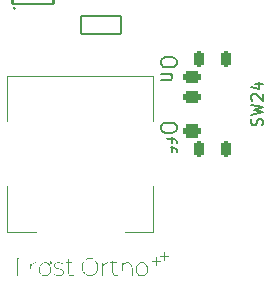
<source format=gbr>
%TF.GenerationSoftware,KiCad,Pcbnew,9.0.2*%
%TF.CreationDate,2025-12-03T23:59:17+09:00*%
%TF.ProjectId,FrostOrtho_L,46726f73-744f-4727-9468-6f5f4c2e6b69,rev?*%
%TF.SameCoordinates,Original*%
%TF.FileFunction,Legend,Top*%
%TF.FilePolarity,Positive*%
%FSLAX46Y46*%
G04 Gerber Fmt 4.6, Leading zero omitted, Abs format (unit mm)*
G04 Created by KiCad (PCBNEW 9.0.2) date 2025-12-03 23:59:17*
%MOMM*%
%LPD*%
G01*
G04 APERTURE LIST*
G04 Aperture macros list*
%AMRoundRect*
0 Rectangle with rounded corners*
0 $1 Rounding radius*
0 $2 $3 $4 $5 $6 $7 $8 $9 X,Y pos of 4 corners*
0 Add a 4 corners polygon primitive as box body*
4,1,4,$2,$3,$4,$5,$6,$7,$8,$9,$2,$3,0*
0 Add four circle primitives for the rounded corners*
1,1,$1+$1,$2,$3*
1,1,$1+$1,$4,$5*
1,1,$1+$1,$6,$7*
1,1,$1+$1,$8,$9*
0 Add four rect primitives between the rounded corners*
20,1,$1+$1,$2,$3,$4,$5,0*
20,1,$1+$1,$4,$5,$6,$7,0*
20,1,$1+$1,$6,$7,$8,$9,0*
20,1,$1+$1,$8,$9,$2,$3,0*%
G04 Aperture macros list end*
%ADD10C,0.150000*%
%ADD11C,0.200000*%
%ADD12C,0.127000*%
%ADD13C,0.100000*%
%ADD14C,0.000000*%
%ADD15C,1.900000*%
%ADD16C,3.100000*%
%ADD17C,1.700000*%
%ADD18C,5.000000*%
%ADD19C,1.000000*%
%ADD20RoundRect,0.102000X-1.750000X0.500000X-1.750000X-0.500000X1.750000X-0.500000X1.750000X0.500000X0*%
%ADD21RoundRect,0.102000X-1.700000X0.750000X-1.700000X-0.750000X1.700000X-0.750000X1.700000X0.750000X0*%
%ADD22O,2.750000X1.800000*%
%ADD23C,1.500000*%
%ADD24C,4.350000*%
%ADD25RoundRect,0.200000X0.200000X-0.475000X0.200000X0.475000X-0.200000X0.475000X-0.200000X-0.475000X0*%
%ADD26C,0.900000*%
%ADD27RoundRect,0.287500X0.467500X-0.287500X0.467500X0.287500X-0.467500X0.287500X-0.467500X-0.287500X0*%
%ADD28RoundRect,0.262500X0.487500X-0.262500X0.487500X0.262500X-0.487500X0.262500X-0.487500X-0.262500X0*%
%ADD29RoundRect,0.275000X0.475000X-0.275000X0.475000X0.275000X-0.475000X0.275000X-0.475000X-0.275000X0*%
G04 APERTURE END LIST*
D10*
X144417200Y-57809523D02*
X144464819Y-57666666D01*
X144464819Y-57666666D02*
X144464819Y-57428571D01*
X144464819Y-57428571D02*
X144417200Y-57333333D01*
X144417200Y-57333333D02*
X144369580Y-57285714D01*
X144369580Y-57285714D02*
X144274342Y-57238095D01*
X144274342Y-57238095D02*
X144179104Y-57238095D01*
X144179104Y-57238095D02*
X144083866Y-57285714D01*
X144083866Y-57285714D02*
X144036247Y-57333333D01*
X144036247Y-57333333D02*
X143988628Y-57428571D01*
X143988628Y-57428571D02*
X143941009Y-57619047D01*
X143941009Y-57619047D02*
X143893390Y-57714285D01*
X143893390Y-57714285D02*
X143845771Y-57761904D01*
X143845771Y-57761904D02*
X143750533Y-57809523D01*
X143750533Y-57809523D02*
X143655295Y-57809523D01*
X143655295Y-57809523D02*
X143560057Y-57761904D01*
X143560057Y-57761904D02*
X143512438Y-57714285D01*
X143512438Y-57714285D02*
X143464819Y-57619047D01*
X143464819Y-57619047D02*
X143464819Y-57380952D01*
X143464819Y-57380952D02*
X143512438Y-57238095D01*
X143464819Y-56904761D02*
X144464819Y-56666666D01*
X144464819Y-56666666D02*
X143750533Y-56476190D01*
X143750533Y-56476190D02*
X144464819Y-56285714D01*
X144464819Y-56285714D02*
X143464819Y-56047619D01*
X143560057Y-55714285D02*
X143512438Y-55666666D01*
X143512438Y-55666666D02*
X143464819Y-55571428D01*
X143464819Y-55571428D02*
X143464819Y-55333333D01*
X143464819Y-55333333D02*
X143512438Y-55238095D01*
X143512438Y-55238095D02*
X143560057Y-55190476D01*
X143560057Y-55190476D02*
X143655295Y-55142857D01*
X143655295Y-55142857D02*
X143750533Y-55142857D01*
X143750533Y-55142857D02*
X143893390Y-55190476D01*
X143893390Y-55190476D02*
X144464819Y-55761904D01*
X144464819Y-55761904D02*
X144464819Y-55142857D01*
X143798152Y-54285714D02*
X144464819Y-54285714D01*
X143417200Y-54523809D02*
X144131485Y-54761904D01*
X144131485Y-54761904D02*
X144131485Y-54142857D01*
D11*
X137158995Y-57883333D02*
X137158995Y-58130952D01*
X137158995Y-58130952D02*
X137097090Y-58254762D01*
X137097090Y-58254762D02*
X136973280Y-58378571D01*
X136973280Y-58378571D02*
X136725661Y-58440476D01*
X136725661Y-58440476D02*
X136292328Y-58440476D01*
X136292328Y-58440476D02*
X136044709Y-58378571D01*
X136044709Y-58378571D02*
X135920900Y-58254762D01*
X135920900Y-58254762D02*
X135858995Y-58130952D01*
X135858995Y-58130952D02*
X135858995Y-57883333D01*
X135858995Y-57883333D02*
X135920900Y-57759524D01*
X135920900Y-57759524D02*
X136044709Y-57635714D01*
X136044709Y-57635714D02*
X136292328Y-57573810D01*
X136292328Y-57573810D02*
X136725661Y-57573810D01*
X136725661Y-57573810D02*
X136973280Y-57635714D01*
X136973280Y-57635714D02*
X137097090Y-57759524D01*
X137097090Y-57759524D02*
X137158995Y-57883333D01*
X136725661Y-58811905D02*
X136725661Y-59307143D01*
X135858995Y-58997619D02*
X136973280Y-58997619D01*
X136973280Y-58997619D02*
X137097090Y-59059524D01*
X137097090Y-59059524D02*
X137158995Y-59183334D01*
X137158995Y-59183334D02*
X137158995Y-59307143D01*
X136725661Y-59554762D02*
X136725661Y-60050000D01*
X135858995Y-59740476D02*
X136973280Y-59740476D01*
X136973280Y-59740476D02*
X137097090Y-59802381D01*
X137097090Y-59802381D02*
X137158995Y-59926191D01*
X137158995Y-59926191D02*
X137158995Y-60050000D01*
X137158995Y-52338095D02*
X137158995Y-52585714D01*
X137158995Y-52585714D02*
X137097090Y-52709524D01*
X137097090Y-52709524D02*
X136973280Y-52833333D01*
X136973280Y-52833333D02*
X136725661Y-52895238D01*
X136725661Y-52895238D02*
X136292328Y-52895238D01*
X136292328Y-52895238D02*
X136044709Y-52833333D01*
X136044709Y-52833333D02*
X135920900Y-52709524D01*
X135920900Y-52709524D02*
X135858995Y-52585714D01*
X135858995Y-52585714D02*
X135858995Y-52338095D01*
X135858995Y-52338095D02*
X135920900Y-52214286D01*
X135920900Y-52214286D02*
X136044709Y-52090476D01*
X136044709Y-52090476D02*
X136292328Y-52028572D01*
X136292328Y-52028572D02*
X136725661Y-52028572D01*
X136725661Y-52028572D02*
X136973280Y-52090476D01*
X136973280Y-52090476D02*
X137097090Y-52214286D01*
X137097090Y-52214286D02*
X137158995Y-52338095D01*
X136725661Y-53452381D02*
X135858995Y-53452381D01*
X136601852Y-53452381D02*
X136663757Y-53514286D01*
X136663757Y-53514286D02*
X136725661Y-53638096D01*
X136725661Y-53638096D02*
X136725661Y-53823810D01*
X136725661Y-53823810D02*
X136663757Y-53947619D01*
X136663757Y-53947619D02*
X136539947Y-54009524D01*
X136539947Y-54009524D02*
X135858995Y-54009524D01*
%TO.C,B1*%
D12*
X123463500Y-47900000D02*
G75*
G02*
X123336500Y-47900000I-63500J0D01*
G01*
X123336500Y-47900000D02*
G75*
G02*
X123463500Y-47900000I63500J0D01*
G01*
D13*
%TO.C,SW21*%
X122800000Y-53600000D02*
X122800000Y-53600000D01*
X122800000Y-53600000D02*
X122800000Y-53600000D01*
X122800000Y-53600000D02*
X122800000Y-57450000D01*
X122800000Y-53600000D02*
X135200000Y-53600000D01*
X122800000Y-57450000D02*
X122800000Y-53600000D01*
X122800000Y-57450000D02*
X122800000Y-57450000D01*
X122800000Y-62950000D02*
X122800000Y-62950000D01*
X122800000Y-62950000D02*
X122800000Y-66800000D01*
X122800000Y-66800000D02*
X122800000Y-62950000D01*
X122800000Y-66800000D02*
X122800000Y-66800000D01*
X122800000Y-66800000D02*
X122800000Y-66800000D01*
X122800000Y-66800000D02*
X125250000Y-66800000D01*
X125250000Y-66800000D02*
X122800000Y-66800000D01*
X125250000Y-66800000D02*
X125250000Y-66800000D01*
D11*
X126500000Y-69400000D02*
X126500000Y-69400000D01*
X126500000Y-69400000D02*
X126500000Y-69400000D01*
X126500000Y-69500000D02*
X126500000Y-69500000D01*
D13*
X132750000Y-66800000D02*
X132750000Y-66800000D01*
X132750000Y-66800000D02*
X135200000Y-66800000D01*
X135200000Y-53600000D02*
X122800000Y-53600000D01*
X135200000Y-53600000D02*
X135200000Y-53600000D01*
X135200000Y-53600000D02*
X135200000Y-53600000D01*
X135200000Y-53600000D02*
X135200000Y-57450000D01*
X135200000Y-57450000D02*
X135200000Y-53600000D01*
X135200000Y-57450000D02*
X135200000Y-57450000D01*
X135200000Y-62950000D02*
X135200000Y-62950000D01*
X135200000Y-62950000D02*
X135200000Y-66800000D01*
X135200000Y-66800000D02*
X132750000Y-66800000D01*
X135200000Y-66800000D02*
X135200000Y-62950000D01*
X135200000Y-66800000D02*
X135200000Y-66800000D01*
X135200000Y-66800000D02*
X135200000Y-66800000D01*
D11*
X126500000Y-69400000D02*
G75*
G02*
X126500000Y-69500000I0J-50000D01*
G01*
X126500000Y-69500000D02*
G75*
G02*
X126500000Y-69400000I0J50000D01*
G01*
X126500000Y-69500000D02*
G75*
G02*
X126500000Y-69400000I0J50000D01*
G01*
D14*
%TO.C,G\u002A\u002A\u002A*%
G36*
X136187679Y-68694641D02*
G01*
X136193038Y-68855401D01*
X136350623Y-68860759D01*
X136421025Y-68863860D01*
X136472119Y-68868088D01*
X136506023Y-68874069D01*
X136524856Y-68882429D01*
X136530740Y-68893795D01*
X136525792Y-68908793D01*
X136523893Y-68911961D01*
X136516466Y-68919340D01*
X136502658Y-68924818D01*
X136479160Y-68928854D01*
X136442665Y-68931908D01*
X136389863Y-68934442D01*
X136352657Y-68935780D01*
X136193038Y-68941139D01*
X136187679Y-69101899D01*
X136182321Y-69262658D01*
X136152787Y-69266055D01*
X136128412Y-69263984D01*
X136118072Y-69255338D01*
X136115999Y-69239929D01*
X136113897Y-69207418D01*
X136111977Y-69162133D01*
X136110448Y-69108406D01*
X136110095Y-69091181D01*
X136107299Y-68941139D01*
X135947680Y-68935780D01*
X135884496Y-68933337D01*
X135839438Y-68930626D01*
X135809198Y-68927187D01*
X135790468Y-68922560D01*
X135779939Y-68916284D01*
X135776444Y-68911961D01*
X135769754Y-68896235D01*
X135773509Y-68884255D01*
X135789828Y-68875394D01*
X135820832Y-68869027D01*
X135868639Y-68864527D01*
X135935370Y-68861268D01*
X135949714Y-68860759D01*
X136107299Y-68855401D01*
X136112658Y-68694641D01*
X136118017Y-68533882D01*
X136150169Y-68533882D01*
X136182321Y-68533882D01*
X136187679Y-68694641D01*
G37*
G36*
X135488653Y-69115017D02*
G01*
X135491610Y-69278179D01*
X135653619Y-69281136D01*
X135717357Y-69282612D01*
X135762926Y-69284605D01*
X135793589Y-69287507D01*
X135812612Y-69291710D01*
X135823257Y-69297606D01*
X135826876Y-69301950D01*
X135831771Y-69323036D01*
X135824037Y-69336781D01*
X135815097Y-69343548D01*
X135799159Y-69348301D01*
X135772915Y-69351363D01*
X135733060Y-69353059D01*
X135676288Y-69353713D01*
X135650781Y-69353755D01*
X135491613Y-69353755D01*
X135488655Y-69517194D01*
X135485696Y-69680633D01*
X135458502Y-69683804D01*
X135435091Y-69683518D01*
X135423671Y-69679338D01*
X135420983Y-69666450D01*
X135418710Y-69636100D01*
X135417033Y-69592259D01*
X135416135Y-69538900D01*
X135416034Y-69513007D01*
X135416034Y-69354313D01*
X135252595Y-69351355D01*
X135190284Y-69350142D01*
X135146167Y-69348757D01*
X135117003Y-69346648D01*
X135099555Y-69343261D01*
X135090584Y-69338043D01*
X135086852Y-69330440D01*
X135085539Y-69322815D01*
X135088068Y-69299549D01*
X135096256Y-69288148D01*
X135111711Y-69284864D01*
X135144304Y-69282084D01*
X135189738Y-69280047D01*
X135243717Y-69278991D01*
X135263033Y-69278898D01*
X135415475Y-69278734D01*
X135418434Y-69115295D01*
X135421392Y-68951856D01*
X135453544Y-68951856D01*
X135485696Y-68951856D01*
X135488653Y-69115017D01*
G37*
G36*
X131385895Y-69410498D02*
G01*
X131390591Y-69411467D01*
X131413013Y-69425348D01*
X131418044Y-69447355D01*
X131405620Y-69469502D01*
X131387855Y-69476510D01*
X131354126Y-69481047D01*
X131317202Y-69482371D01*
X131228236Y-69492559D01*
X131145957Y-69522064D01*
X131072174Y-69569333D01*
X131008694Y-69632811D01*
X130957327Y-69710943D01*
X130919882Y-69802175D01*
X130911932Y-69830675D01*
X130909051Y-69851893D01*
X130906034Y-69891537D01*
X130903017Y-69946599D01*
X130900138Y-70014072D01*
X130897535Y-70090950D01*
X130895343Y-70174224D01*
X130894564Y-70211139D01*
X130887975Y-70548734D01*
X130860780Y-70551905D01*
X130837370Y-70551619D01*
X130825949Y-70547440D01*
X130824484Y-70535557D01*
X130823111Y-70504261D01*
X130821857Y-70455571D01*
X130820751Y-70391511D01*
X130819818Y-70314099D01*
X130819086Y-70225358D01*
X130818582Y-70127307D01*
X130818334Y-70021969D01*
X130818312Y-69979653D01*
X130818327Y-69855867D01*
X130818417Y-69751783D01*
X130818649Y-69665667D01*
X130819089Y-69595787D01*
X130819806Y-69540408D01*
X130820865Y-69497799D01*
X130822335Y-69466225D01*
X130824282Y-69443953D01*
X130826774Y-69429252D01*
X130829876Y-69420386D01*
X130833657Y-69415624D01*
X130838184Y-69413232D01*
X130840261Y-69412537D01*
X130860192Y-69409004D01*
X130874593Y-69414683D01*
X130884352Y-69432099D01*
X130890360Y-69463779D01*
X130893505Y-69512246D01*
X130894576Y-69566734D01*
X130895392Y-69615698D01*
X130896743Y-69653835D01*
X130898454Y-69677823D01*
X130900350Y-69684338D01*
X130900721Y-69683312D01*
X130909188Y-69667425D01*
X130914802Y-69664557D01*
X130924386Y-69655777D01*
X130938941Y-69633294D01*
X130948746Y-69614970D01*
X130986782Y-69557641D01*
X131040800Y-69507486D01*
X131112656Y-69463055D01*
X131185807Y-69430031D01*
X131217179Y-69421561D01*
X131260748Y-69414659D01*
X131308639Y-69410039D01*
X131352979Y-69408414D01*
X131385895Y-69410498D01*
G37*
G36*
X125269069Y-69410425D02*
G01*
X125294353Y-69420454D01*
X125302354Y-69438597D01*
X125298014Y-69458249D01*
X125291457Y-69470620D01*
X125280092Y-69477854D01*
X125258883Y-69481304D01*
X125222792Y-69482327D01*
X125208368Y-69482363D01*
X125114448Y-69491997D01*
X125030158Y-69520622D01*
X124956029Y-69567820D01*
X124892592Y-69633174D01*
X124840379Y-69716267D01*
X124805957Y-69798378D01*
X124799842Y-69817631D01*
X124795003Y-69837641D01*
X124791293Y-69861099D01*
X124788564Y-69890699D01*
X124786669Y-69929133D01*
X124785461Y-69979093D01*
X124784791Y-70043272D01*
X124784513Y-70124362D01*
X124784472Y-70190506D01*
X124784267Y-70273091D01*
X124783686Y-70349207D01*
X124782781Y-70416084D01*
X124781604Y-70470956D01*
X124780207Y-70511055D01*
X124778641Y-70533615D01*
X124777967Y-70537140D01*
X124763526Y-70549671D01*
X124740100Y-70554286D01*
X124719262Y-70549137D01*
X124716596Y-70546948D01*
X124715225Y-70535161D01*
X124713940Y-70503959D01*
X124712767Y-70455362D01*
X124711732Y-70391388D01*
X124710859Y-70314057D01*
X124710174Y-70225388D01*
X124709703Y-70127401D01*
X124709471Y-70022115D01*
X124709451Y-69980077D01*
X124709504Y-69855255D01*
X124709697Y-69750176D01*
X124710080Y-69663151D01*
X124710703Y-69592488D01*
X124711617Y-69536498D01*
X124712871Y-69493489D01*
X124714517Y-69461772D01*
X124716605Y-69439655D01*
X124719184Y-69425448D01*
X124722306Y-69417460D01*
X124726020Y-69414002D01*
X124726304Y-69413885D01*
X124749045Y-69413293D01*
X124763486Y-69418299D01*
X124772163Y-69425125D01*
X124778170Y-69437189D01*
X124782131Y-69458276D01*
X124784666Y-69492169D01*
X124786398Y-69542653D01*
X124786824Y-69560264D01*
X124789831Y-69691350D01*
X124815031Y-69643122D01*
X124838217Y-69603992D01*
X124866207Y-69563569D01*
X124875757Y-69551318D01*
X124923208Y-69506997D01*
X124986376Y-69468196D01*
X125059796Y-69437168D01*
X125137999Y-69416170D01*
X125215520Y-69407455D01*
X125224821Y-69407342D01*
X125269069Y-69410425D01*
G37*
G36*
X131769987Y-69157007D02*
G01*
X131778292Y-69165694D01*
X131784011Y-69181966D01*
X131787765Y-69209659D01*
X131790179Y-69252609D01*
X131791258Y-69287915D01*
X131794288Y-69407342D01*
X131932386Y-69407342D01*
X131985902Y-69407828D01*
X132032549Y-69409156D01*
X132067650Y-69411129D01*
X132086526Y-69413552D01*
X132087436Y-69413847D01*
X132097761Y-69426109D01*
X132104595Y-69447237D01*
X132105398Y-69466663D01*
X132101709Y-69473244D01*
X132090635Y-69474254D01*
X132062067Y-69475929D01*
X132019925Y-69478062D01*
X131968132Y-69480449D01*
X131948987Y-69481282D01*
X131798945Y-69487721D01*
X131798945Y-69884261D01*
X131799009Y-69987795D01*
X131799275Y-70072245D01*
X131799854Y-70139960D01*
X131800855Y-70193290D01*
X131802390Y-70234585D01*
X131804570Y-70266196D01*
X131807504Y-70290471D01*
X131811303Y-70309762D01*
X131816079Y-70326417D01*
X131820319Y-70338461D01*
X131850077Y-70394767D01*
X131891857Y-70440877D01*
X131941201Y-70472750D01*
X131982124Y-70485138D01*
X132031840Y-70488127D01*
X132087020Y-70484591D01*
X132138717Y-70475567D01*
X132177227Y-70462478D01*
X132216760Y-70447231D01*
X132245794Y-70445267D01*
X132261529Y-70456631D01*
X132262971Y-70461125D01*
X132257668Y-70483447D01*
X132234701Y-70503875D01*
X132197811Y-70521649D01*
X132150737Y-70536008D01*
X132097220Y-70546193D01*
X132041001Y-70551442D01*
X131985820Y-70550996D01*
X131935417Y-70544094D01*
X131903135Y-70534277D01*
X131844943Y-70499828D01*
X131794699Y-70448900D01*
X131756676Y-70386132D01*
X131748591Y-70366498D01*
X131742464Y-70349037D01*
X131737437Y-70331418D01*
X131733361Y-70311296D01*
X131730090Y-70286326D01*
X131727477Y-70254163D01*
X131725373Y-70212463D01*
X131723634Y-70158881D01*
X131722110Y-70091072D01*
X131720655Y-70006693D01*
X131719122Y-69903397D01*
X131719002Y-69894979D01*
X131713207Y-69487721D01*
X131638186Y-69482363D01*
X131589783Y-69477684D01*
X131559162Y-69470972D01*
X131542674Y-69460675D01*
X131536673Y-69445242D01*
X131536371Y-69439065D01*
X131539957Y-69425584D01*
X131552944Y-69416288D01*
X131578679Y-69410201D01*
X131620509Y-69406350D01*
X131654262Y-69404724D01*
X131723924Y-69401983D01*
X131729283Y-69282289D01*
X131732162Y-69233457D01*
X131735869Y-69192619D01*
X131739894Y-69164483D01*
X131743193Y-69154060D01*
X131757976Y-69151978D01*
X131769987Y-69157007D01*
G37*
G36*
X128007395Y-69156628D02*
G01*
X128015996Y-69165009D01*
X128021885Y-69180107D01*
X128025724Y-69205853D01*
X128028173Y-69246179D01*
X128029486Y-69287915D01*
X128032516Y-69407342D01*
X128170614Y-69407342D01*
X128235506Y-69407752D01*
X128281946Y-69409344D01*
X128312905Y-69412655D01*
X128331355Y-69418223D01*
X128340268Y-69426586D01*
X128342616Y-69438284D01*
X128342616Y-69438497D01*
X128340214Y-69455223D01*
X128331018Y-69467145D01*
X128312043Y-69475041D01*
X128280304Y-69479690D01*
X128232817Y-69481869D01*
X128174354Y-69482363D01*
X128031814Y-69482363D01*
X128031814Y-69871463D01*
X128031875Y-69973853D01*
X128032139Y-70057238D01*
X128032723Y-70124048D01*
X128033749Y-70176713D01*
X128035335Y-70217662D01*
X128037602Y-70249326D01*
X128040667Y-70274133D01*
X128044652Y-70294514D01*
X128049675Y-70312899D01*
X128054211Y-70326885D01*
X128085601Y-70392451D01*
X128129353Y-70441716D01*
X128184118Y-70473476D01*
X128231295Y-70485045D01*
X128306028Y-70487775D01*
X128375889Y-70474890D01*
X128423924Y-70457239D01*
X128454941Y-70444953D01*
X128473342Y-70441604D01*
X128485725Y-70446632D01*
X128491137Y-70451522D01*
X128501117Y-70465311D01*
X128496472Y-70478923D01*
X128487498Y-70489570D01*
X128454997Y-70512750D01*
X128406974Y-70531212D01*
X128348967Y-70544230D01*
X128286512Y-70551078D01*
X128225148Y-70551030D01*
X128170411Y-70543361D01*
X128142906Y-70534739D01*
X128079124Y-70498766D01*
X128030798Y-70448701D01*
X128010162Y-70414768D01*
X127993122Y-70381938D01*
X127978449Y-70353987D01*
X127973713Y-70345105D01*
X127970286Y-70327795D01*
X127967220Y-70289560D01*
X127964534Y-70230906D01*
X127962243Y-70152341D01*
X127960367Y-70054369D01*
X127958920Y-69937499D01*
X127958608Y-69903017D01*
X127955065Y-69482363D01*
X127881784Y-69482363D01*
X127832131Y-69481255D01*
X127800239Y-69477091D01*
X127782510Y-69468613D01*
X127775345Y-69454560D01*
X127774599Y-69444852D01*
X127777781Y-69427447D01*
X127789729Y-69416278D01*
X127814043Y-69410081D01*
X127854323Y-69407591D01*
X127881399Y-69407342D01*
X127916311Y-69406852D01*
X127940167Y-69403096D01*
X127955089Y-69392642D01*
X127963197Y-69372057D01*
X127966613Y-69337910D01*
X127967460Y-69286770D01*
X127967528Y-69268017D01*
X127969191Y-69211573D01*
X127974155Y-69174588D01*
X127983070Y-69155249D01*
X127996584Y-69151744D01*
X128007395Y-69156628D01*
G37*
G36*
X126086249Y-69394254D02*
G01*
X126116892Y-69401042D01*
X126163049Y-69414607D01*
X126201846Y-69430599D01*
X126242025Y-69451902D01*
X126265407Y-69463977D01*
X126279536Y-69470633D01*
X126317096Y-69495188D01*
X126358864Y-69535008D01*
X126400983Y-69585497D01*
X126439596Y-69642061D01*
X126469272Y-69696709D01*
X126498545Y-69765724D01*
X126517353Y-69828729D01*
X126527159Y-69893435D01*
X126529425Y-69967553D01*
X126528302Y-70007824D01*
X126517737Y-70121260D01*
X126495360Y-70219005D01*
X126460079Y-70303926D01*
X126410804Y-70378890D01*
X126369861Y-70424533D01*
X126300265Y-70484329D01*
X126224794Y-70528516D01*
X126136861Y-70560825D01*
X126122008Y-70564926D01*
X126062413Y-70578670D01*
X126013299Y-70583807D01*
X125965525Y-70580356D01*
X125909953Y-70568340D01*
X125899072Y-70565447D01*
X125819583Y-70539659D01*
X125754155Y-70507709D01*
X125695510Y-70465466D01*
X125652574Y-70425525D01*
X125583825Y-70344131D01*
X125533360Y-70255959D01*
X125500257Y-70158618D01*
X125483593Y-70049717D01*
X125481279Y-69986076D01*
X125556133Y-69986076D01*
X125559338Y-70031443D01*
X125567792Y-70088102D01*
X125579777Y-70147075D01*
X125593575Y-70199381D01*
X125601238Y-70221856D01*
X125646268Y-70310438D01*
X125707179Y-70385833D01*
X125782061Y-70446171D01*
X125869006Y-70489582D01*
X125877637Y-70492692D01*
X125933915Y-70505304D01*
X126001172Y-70509705D01*
X126070571Y-70505859D01*
X126133203Y-70493751D01*
X126219485Y-70458514D01*
X126292596Y-70406391D01*
X126352482Y-70337445D01*
X126399091Y-70251741D01*
X126432372Y-70149342D01*
X126439039Y-70118973D01*
X126451108Y-70047376D01*
X126455380Y-69986206D01*
X126451862Y-69925927D01*
X126440563Y-69857002D01*
X126439272Y-69850577D01*
X126409771Y-69745950D01*
X126366653Y-69657576D01*
X126309127Y-69584529D01*
X126236400Y-69525885D01*
X126147678Y-69480720D01*
X126110364Y-69467150D01*
X126030221Y-69451505D01*
X125947978Y-69455090D01*
X125866851Y-69476369D01*
X125790059Y-69513809D01*
X125720818Y-69565872D01*
X125662345Y-69631025D01*
X125621102Y-69700613D01*
X125596438Y-69764711D01*
X125575956Y-69839319D01*
X125561810Y-69914967D01*
X125556155Y-69982185D01*
X125556133Y-69986076D01*
X125481279Y-69986076D01*
X125481097Y-69981081D01*
X125488363Y-69868172D01*
X125510861Y-69767592D01*
X125549643Y-69675594D01*
X125582015Y-69621688D01*
X125646342Y-69542928D01*
X125722414Y-69478917D01*
X125807336Y-69430851D01*
X125898212Y-69399922D01*
X125992148Y-69387325D01*
X126086249Y-69394254D01*
G37*
G36*
X124188216Y-69011257D02*
G01*
X124262339Y-69011997D01*
X124328190Y-69013143D01*
X124382810Y-69014701D01*
X124423242Y-69016676D01*
X124446526Y-69019075D01*
X124450611Y-69020288D01*
X124460976Y-69037248D01*
X124461189Y-69049596D01*
X124459211Y-69054963D01*
X124454144Y-69059340D01*
X124443883Y-69062871D01*
X124426322Y-69065698D01*
X124399356Y-69067966D01*
X124360878Y-69069818D01*
X124308783Y-69071399D01*
X124240965Y-69072852D01*
X124155318Y-69074320D01*
X124082350Y-69075454D01*
X123994968Y-69076847D01*
X123914645Y-69078249D01*
X123843830Y-69079607D01*
X123784974Y-69080870D01*
X123740527Y-69081985D01*
X123712937Y-69082900D01*
X123704556Y-69083492D01*
X123703956Y-69094367D01*
X123703570Y-69124126D01*
X123703399Y-69170221D01*
X123703443Y-69230102D01*
X123703701Y-69301219D01*
X123704174Y-69381024D01*
X123704556Y-69431455D01*
X123707384Y-69777088D01*
X124052139Y-69782447D01*
X124135969Y-69783917D01*
X124212787Y-69785586D01*
X124280007Y-69787371D01*
X124335045Y-69789191D01*
X124375313Y-69790965D01*
X124398229Y-69792613D01*
X124402547Y-69793475D01*
X124402649Y-69806034D01*
X124398468Y-69814909D01*
X124392689Y-69819432D01*
X124380074Y-69823167D01*
X124358526Y-69826240D01*
X124325946Y-69828778D01*
X124280234Y-69830907D01*
X124219291Y-69832754D01*
X124141020Y-69834446D01*
X124048060Y-69836034D01*
X123707384Y-69841392D01*
X123704553Y-70189165D01*
X123703511Y-70291326D01*
X123702168Y-70373683D01*
X123700452Y-70437864D01*
X123698287Y-70485498D01*
X123695602Y-70518216D01*
X123692322Y-70537644D01*
X123688477Y-70545352D01*
X123659437Y-70553523D01*
X123632626Y-70544319D01*
X123629148Y-70541232D01*
X123626506Y-70533365D01*
X123624217Y-70514658D01*
X123622261Y-70483981D01*
X123620619Y-70440201D01*
X123619273Y-70382188D01*
X123618203Y-70308809D01*
X123617389Y-70218934D01*
X123616813Y-70111431D01*
X123616456Y-69985169D01*
X123616298Y-69839015D01*
X123616287Y-69780681D01*
X123616302Y-69636013D01*
X123616374Y-69511278D01*
X123616545Y-69404971D01*
X123616855Y-69315590D01*
X123617346Y-69241633D01*
X123618058Y-69181596D01*
X123619033Y-69133976D01*
X123620312Y-69097271D01*
X123621936Y-69069978D01*
X123623945Y-69050593D01*
X123626381Y-69037615D01*
X123629286Y-69029540D01*
X123632699Y-69024865D01*
X123636662Y-69022088D01*
X123637017Y-69021896D01*
X123652457Y-69019246D01*
X123686252Y-69016950D01*
X123735442Y-69015013D01*
X123797069Y-69013440D01*
X123868174Y-69012239D01*
X123945801Y-69011414D01*
X124026988Y-69010971D01*
X124108780Y-69010917D01*
X124188216Y-69011257D01*
G37*
G36*
X132554251Y-68962809D02*
G01*
X132560231Y-68978082D01*
X132564726Y-69004335D01*
X132568000Y-69043457D01*
X132570319Y-69097337D01*
X132571948Y-69167864D01*
X132573153Y-69256926D01*
X132573714Y-69312805D01*
X132576838Y-69645917D01*
X132606810Y-69598971D01*
X132664797Y-69526679D01*
X132735693Y-69468421D01*
X132816204Y-69425128D01*
X132903036Y-69397736D01*
X132992895Y-69387177D01*
X133082486Y-69394385D01*
X133168514Y-69420294D01*
X133194332Y-69432469D01*
X133243155Y-69465210D01*
X133292563Y-69510860D01*
X133335613Y-69562260D01*
X133362310Y-69605710D01*
X133378509Y-69639568D01*
X133391753Y-69670265D01*
X133402342Y-69700394D01*
X133410578Y-69732548D01*
X133416760Y-69769320D01*
X133421188Y-69813302D01*
X133424164Y-69867087D01*
X133425988Y-69933269D01*
X133426959Y-70014441D01*
X133427378Y-70113194D01*
X133427472Y-70168270D01*
X133427975Y-70548734D01*
X133395823Y-70548734D01*
X133363671Y-70548734D01*
X133357525Y-70173628D01*
X133355559Y-70065934D01*
X133353459Y-69977574D01*
X133351113Y-69906452D01*
X133348412Y-69850466D01*
X133345246Y-69807520D01*
X133341504Y-69775512D01*
X133337077Y-69752346D01*
X133335045Y-69744936D01*
X133298383Y-69653236D01*
X133249598Y-69577931D01*
X133189396Y-69519841D01*
X133118485Y-69479785D01*
X133100874Y-69473257D01*
X133033392Y-69455409D01*
X132973486Y-69451853D01*
X132912796Y-69462541D01*
X132882907Y-69472018D01*
X132804911Y-69505498D01*
X132741577Y-69547529D01*
X132686497Y-69602717D01*
X132667046Y-69627235D01*
X132646441Y-69655199D01*
X132629498Y-69680792D01*
X132615818Y-69706447D01*
X132604999Y-69734599D01*
X132596639Y-69767682D01*
X132590338Y-69808133D01*
X132585695Y-69858384D01*
X132582309Y-69920870D01*
X132579778Y-69998027D01*
X132577701Y-70092288D01*
X132576143Y-70178987D01*
X132574585Y-70265730D01*
X132573034Y-70345392D01*
X132571548Y-70415507D01*
X132570185Y-70473609D01*
X132569002Y-70517233D01*
X132568056Y-70543911D01*
X132567497Y-70551413D01*
X132553134Y-70555167D01*
X132530500Y-70552631D01*
X132511094Y-70545806D01*
X132505857Y-70540696D01*
X132505057Y-70528026D01*
X132504370Y-70495647D01*
X132503802Y-70445285D01*
X132503357Y-70378665D01*
X132503042Y-70297512D01*
X132502860Y-70203551D01*
X132502818Y-70098509D01*
X132502920Y-69984110D01*
X132503172Y-69862081D01*
X132503514Y-69751462D01*
X132504070Y-69603435D01*
X132504631Y-69475377D01*
X132505236Y-69365825D01*
X132505926Y-69273313D01*
X132506739Y-69196378D01*
X132507715Y-69133553D01*
X132508893Y-69083376D01*
X132510314Y-69044380D01*
X132512016Y-69015102D01*
X132514039Y-68994077D01*
X132516423Y-68979840D01*
X132519206Y-68970927D01*
X132522429Y-68965872D01*
X132524747Y-68963982D01*
X132536774Y-68957648D01*
X132546521Y-68956627D01*
X132554251Y-68962809D01*
G37*
G36*
X134300506Y-69394626D02*
G01*
X134392467Y-69419395D01*
X134478945Y-69461275D01*
X134557045Y-69518902D01*
X134623869Y-69590917D01*
X134670758Y-69664557D01*
X134703226Y-69732438D01*
X134725139Y-69794057D01*
X134738201Y-69856803D01*
X134744118Y-69928065D01*
X134744925Y-69986076D01*
X134741582Y-70074244D01*
X134731588Y-70148176D01*
X134713582Y-70214409D01*
X134686203Y-70279477D01*
X134682157Y-70287649D01*
X134657484Y-70331365D01*
X134628070Y-70375536D01*
X134598416Y-70413945D01*
X134573024Y-70440376D01*
X134569575Y-70443140D01*
X134549451Y-70459307D01*
X134528777Y-70476896D01*
X134488315Y-70504516D01*
X134433463Y-70531533D01*
X134371185Y-70555455D01*
X134308442Y-70573792D01*
X134252198Y-70584052D01*
X134225710Y-70585332D01*
X134195661Y-70582101D01*
X134154790Y-70574628D01*
X134119240Y-70566348D01*
X134015403Y-70529988D01*
X133925975Y-70478268D01*
X133850454Y-70410680D01*
X133788335Y-70326714D01*
X133739116Y-70225863D01*
X133716198Y-70159151D01*
X133705388Y-70106117D01*
X133699303Y-70039977D01*
X133698257Y-69985365D01*
X133776299Y-69985365D01*
X133779258Y-70037411D01*
X133787284Y-70095398D01*
X133799128Y-70154160D01*
X133813545Y-70208532D01*
X133829287Y-70253346D01*
X133845108Y-70283437D01*
X133849509Y-70288648D01*
X133860580Y-70304263D01*
X133862025Y-70309657D01*
X133869346Y-70325103D01*
X133888473Y-70349953D01*
X133915152Y-70379415D01*
X133945128Y-70408698D01*
X133965774Y-70426507D01*
X133992703Y-70443985D01*
X134032117Y-70464719D01*
X134076270Y-70484890D01*
X134113882Y-70499487D01*
X134153782Y-70507042D01*
X134207127Y-70508834D01*
X134266865Y-70505366D01*
X134325942Y-70497140D01*
X134377305Y-70484658D01*
X134391254Y-70479732D01*
X134456422Y-70444761D01*
X134518431Y-70394368D01*
X134571963Y-70333990D01*
X134611702Y-70269066D01*
X134622456Y-70243291D01*
X134638347Y-70188389D01*
X134652043Y-70122274D01*
X134661779Y-70055114D01*
X134665789Y-69997080D01*
X134665810Y-69993487D01*
X134657657Y-69877461D01*
X134633640Y-69772882D01*
X134594493Y-69680893D01*
X134540953Y-69602636D01*
X134473754Y-69539253D01*
X134393634Y-69491887D01*
X134327525Y-69468113D01*
X134256870Y-69453482D01*
X134193386Y-69452189D01*
X134127520Y-69464166D01*
X134118506Y-69466632D01*
X134028415Y-69502544D01*
X133950631Y-69555255D01*
X133886036Y-69623426D01*
X133835513Y-69705718D01*
X133799946Y-69800793D01*
X133780218Y-69907313D01*
X133776299Y-69985365D01*
X133698257Y-69985365D01*
X133697925Y-69968041D01*
X133701238Y-69897615D01*
X133709225Y-69836009D01*
X133717002Y-69803882D01*
X133761294Y-69691887D01*
X133818481Y-69596998D01*
X133888549Y-69519230D01*
X133971483Y-69458595D01*
X134067269Y-69415110D01*
X134111725Y-69401861D01*
X134205960Y-69388327D01*
X134300506Y-69394626D01*
G37*
G36*
X129911154Y-69017510D02*
G01*
X129982363Y-69031064D01*
X130086236Y-69063902D01*
X130176256Y-69108346D01*
X130258242Y-69167484D01*
X130286478Y-69192563D01*
X130362464Y-69274759D01*
X130423416Y-69366886D01*
X130471360Y-69472399D01*
X130497135Y-69552025D01*
X130511585Y-69623114D01*
X130520077Y-69707623D01*
X130522579Y-69798375D01*
X130519059Y-69888191D01*
X130509485Y-69969893D01*
X130499214Y-70018228D01*
X130458364Y-70139453D01*
X130404530Y-70244671D01*
X130336212Y-70335974D01*
X130251908Y-70415454D01*
X130175274Y-70469839D01*
X130152648Y-70481300D01*
X130116529Y-70496600D01*
X130073783Y-70512874D01*
X130062743Y-70516802D01*
X129991474Y-70535649D01*
X129909343Y-70547542D01*
X129823579Y-70552164D01*
X129741408Y-70549200D01*
X129670058Y-70538337D01*
X129655485Y-70534558D01*
X129538042Y-70490621D01*
X129433864Y-70430247D01*
X129343644Y-70354359D01*
X129268074Y-70263880D01*
X129207848Y-70159736D01*
X129163658Y-70042848D01*
X129136198Y-69914141D01*
X129128036Y-69831567D01*
X129129700Y-69727146D01*
X129213590Y-69727146D01*
X129213827Y-69837380D01*
X129224984Y-69943539D01*
X129225828Y-69948565D01*
X129246366Y-70044306D01*
X129273749Y-70124601D01*
X129310746Y-70195048D01*
X129360125Y-70261245D01*
X129403629Y-70308140D01*
X129468578Y-70366791D01*
X129535553Y-70412189D01*
X129610346Y-70447443D01*
X129698746Y-70475662D01*
X129730506Y-70483631D01*
X129761697Y-70486997D01*
X129807514Y-70487080D01*
X129861480Y-70484367D01*
X129917122Y-70479346D01*
X129967964Y-70472503D01*
X130007532Y-70464327D01*
X130014515Y-70462258D01*
X130119952Y-70417746D01*
X130211378Y-70357348D01*
X130288328Y-70281788D01*
X130350340Y-70191789D01*
X130396949Y-70088076D01*
X130427692Y-69971372D01*
X130442105Y-69842402D01*
X130443207Y-69792964D01*
X130435504Y-69659914D01*
X130412056Y-69540560D01*
X130372351Y-69433522D01*
X130315879Y-69337417D01*
X130243153Y-69251885D01*
X130208737Y-69218753D01*
X130178784Y-69192266D01*
X130157076Y-69175635D01*
X130148510Y-69171561D01*
X130132960Y-69166495D01*
X130130619Y-69163523D01*
X130117374Y-69152380D01*
X130088259Y-69137251D01*
X130047951Y-69120265D01*
X130001125Y-69103547D01*
X129993080Y-69100957D01*
X129932920Y-69088214D01*
X129854672Y-69082604D01*
X129826962Y-69082283D01*
X129711038Y-69091891D01*
X129604616Y-69120709D01*
X129507710Y-69168731D01*
X129420339Y-69235950D01*
X129375065Y-69282560D01*
X129344946Y-69322851D01*
X129312447Y-69376036D01*
X129281630Y-69434565D01*
X129256557Y-69490888D01*
X129244517Y-69525232D01*
X129223934Y-69620531D01*
X129213590Y-69727146D01*
X129129700Y-69727146D01*
X129130007Y-69707894D01*
X129149124Y-69581745D01*
X129184071Y-69461537D01*
X129187099Y-69453502D01*
X129238382Y-69347859D01*
X129305401Y-69254422D01*
X129385893Y-69174394D01*
X129477591Y-69108980D01*
X129578231Y-69059381D01*
X129685548Y-69026801D01*
X129797278Y-69012443D01*
X129911154Y-69017510D01*
G37*
G36*
X127242663Y-69391289D02*
G01*
X127320408Y-69405887D01*
X127395603Y-69427391D01*
X127450401Y-69449579D01*
X127487023Y-69468763D01*
X127507634Y-69483906D01*
X127516271Y-69498553D01*
X127517384Y-69508441D01*
X127514346Y-69530736D01*
X127503172Y-69539730D01*
X127480769Y-69535791D01*
X127444044Y-69519287D01*
X127440643Y-69517562D01*
X127347133Y-69479290D01*
X127250599Y-69457137D01*
X127155691Y-69451719D01*
X127067062Y-69463651D01*
X127055806Y-69466632D01*
X126983222Y-69492099D01*
X126928616Y-69523436D01*
X126888829Y-69562972D01*
X126862337Y-69609179D01*
X126847291Y-69649919D01*
X126843973Y-69682408D01*
X126852858Y-69715559D01*
X126869867Y-69750011D01*
X126889928Y-69781438D01*
X126913817Y-69804487D01*
X126948690Y-69825487D01*
X126963643Y-69832957D01*
X127011661Y-69854591D01*
X127061140Y-69874084D01*
X127106356Y-69889427D01*
X127141583Y-69898613D01*
X127155883Y-69900337D01*
X127178522Y-69903971D01*
X127221082Y-69914886D01*
X127283644Y-69933105D01*
X127340548Y-69950580D01*
X127424027Y-69983617D01*
X127495532Y-70026090D01*
X127551889Y-70075747D01*
X127587610Y-70125803D01*
X127599974Y-70163656D01*
X127606746Y-70214575D01*
X127607919Y-70270933D01*
X127603483Y-70325102D01*
X127593431Y-70369454D01*
X127587897Y-70382616D01*
X127561524Y-70423043D01*
X127525334Y-70464629D01*
X127485581Y-70501083D01*
X127448519Y-70526114D01*
X127442363Y-70529031D01*
X127388420Y-70548381D01*
X127326103Y-70564473D01*
X127261534Y-70576318D01*
X127200838Y-70582931D01*
X127150138Y-70583325D01*
X127126202Y-70579964D01*
X127102699Y-70574337D01*
X127069301Y-70566344D01*
X127056540Y-70563291D01*
X126980076Y-70540657D01*
X126907275Y-70511099D01*
X126843631Y-70477249D01*
X126794637Y-70441738D01*
X126786218Y-70433813D01*
X126772248Y-70410551D01*
X126767436Y-70383319D01*
X126772706Y-70361223D01*
X126778294Y-70355573D01*
X126791944Y-70358168D01*
X126814509Y-70372384D01*
X126829201Y-70384534D01*
X126899017Y-70434753D01*
X126980742Y-70472646D01*
X127070063Y-70497740D01*
X127162669Y-70509566D01*
X127254248Y-70507650D01*
X127340487Y-70491523D01*
X127417076Y-70460712D01*
X127434191Y-70450671D01*
X127482301Y-70408329D01*
X127516256Y-70353664D01*
X127534584Y-70291632D01*
X127535813Y-70227191D01*
X127518765Y-70165944D01*
X127499358Y-70132205D01*
X127472659Y-70102893D01*
X127436254Y-70076755D01*
X127387727Y-70052542D01*
X127324661Y-70029003D01*
X127244641Y-70004886D01*
X127169072Y-69984914D01*
X127071174Y-69958217D01*
X126992090Y-69932112D01*
X126929274Y-69905397D01*
X126880181Y-69876871D01*
X126842265Y-69845332D01*
X126820759Y-69820485D01*
X126801637Y-69788657D01*
X126783995Y-69748804D01*
X126771529Y-69710240D01*
X126767772Y-69686933D01*
X126776093Y-69627339D01*
X126801412Y-69566679D01*
X126840284Y-69510325D01*
X126889261Y-69463651D01*
X126925712Y-69440626D01*
X126971161Y-69422470D01*
X127029484Y-69406161D01*
X127092121Y-69393597D01*
X127150509Y-69386677D01*
X127172452Y-69385909D01*
X127242663Y-69391289D01*
G37*
%TD*%
%LPC*%
D15*
%TO.C,SW17*%
X106500000Y-28500000D03*
X106920000Y-28500000D03*
D16*
X107000000Y-32200000D03*
D17*
X107500000Y-28500000D03*
D18*
X112000000Y-28500000D03*
D16*
X112000000Y-34400000D03*
D17*
X116500000Y-28500000D03*
D15*
X117080000Y-28500000D03*
D19*
X117220000Y-24300000D03*
D15*
X117500000Y-28500000D03*
%TD*%
%TO.C,SW1*%
X49500000Y-28500000D03*
X49080000Y-28500000D03*
D16*
X49000000Y-24800000D03*
D17*
X48500000Y-28500000D03*
D18*
X44000000Y-28500000D03*
D16*
X44000000Y-22600000D03*
D17*
X39500000Y-28500000D03*
D15*
X38920000Y-28500000D03*
D19*
X38780000Y-32700000D03*
D15*
X38500000Y-28500000D03*
%TD*%
D20*
%TO.C,B1*%
X125000000Y-45000000D03*
X125000000Y-47000000D03*
D21*
X130750000Y-49350000D03*
X130750000Y-42650000D03*
%TD*%
D15*
%TO.C,SW15*%
X89500000Y-62500000D03*
X89920000Y-62500000D03*
D16*
X90000000Y-66200000D03*
D17*
X90500000Y-62500000D03*
D18*
X95000000Y-62500000D03*
D16*
X95000000Y-68400000D03*
D17*
X99500000Y-62500000D03*
D15*
X100080000Y-62500000D03*
D19*
X100220000Y-58300000D03*
D15*
X100500000Y-62500000D03*
%TD*%
%TO.C,SW14*%
X89500000Y-45500000D03*
X89920000Y-45500000D03*
D16*
X90000000Y-49200000D03*
D17*
X90500000Y-45500000D03*
D18*
X95000000Y-45500000D03*
D16*
X95000000Y-51400000D03*
D17*
X99500000Y-45500000D03*
D15*
X100080000Y-45500000D03*
D19*
X100220000Y-41300000D03*
D15*
X100500000Y-45500000D03*
%TD*%
%TO.C,SW8*%
X55500000Y-79500000D03*
X55920000Y-79500000D03*
D16*
X56000000Y-83200000D03*
D17*
X56500000Y-79500000D03*
D18*
X61000000Y-79500000D03*
D16*
X61000000Y-85400000D03*
D17*
X65500000Y-79500000D03*
D15*
X66080000Y-79500000D03*
D19*
X66220000Y-75300000D03*
D15*
X66500000Y-79500000D03*
%TD*%
D22*
%TO.C,U1*%
X122880000Y-22924000D03*
X122880000Y-25464000D03*
X122880000Y-28004000D03*
X122880000Y-30544000D03*
X122880000Y-33084000D03*
X122880000Y-35624000D03*
X122880000Y-38164000D03*
X139120000Y-38164000D03*
X139120000Y-35624000D03*
X139120000Y-33084000D03*
X139120000Y-30544000D03*
X139120000Y-28004000D03*
X139120000Y-25464000D03*
X139120000Y-22924000D03*
D23*
X134835400Y-39856000D03*
X136715000Y-39856000D03*
X126555000Y-30227000D03*
X126555000Y-28322000D03*
%TD*%
%TO.C,SW21*%
X126500000Y-67700000D03*
X131500000Y-67700000D03*
X129000000Y-67700000D03*
D24*
X123400000Y-60200000D03*
X134600000Y-60200000D03*
%TD*%
D15*
%TO.C,SW18*%
X106500000Y-45500000D03*
X106920000Y-45500000D03*
D16*
X107000000Y-49200000D03*
D17*
X107500000Y-45500000D03*
D18*
X112000000Y-45500000D03*
D16*
X112000000Y-51400000D03*
D17*
X116500000Y-45500000D03*
D15*
X117080000Y-45500000D03*
D19*
X117220000Y-41300000D03*
D15*
X117500000Y-45500000D03*
%TD*%
%TO.C,SW2*%
X49500000Y-45500000D03*
X49080000Y-45500000D03*
D16*
X49000000Y-41800000D03*
D17*
X48500000Y-45500000D03*
D18*
X44000000Y-45500000D03*
D16*
X44000000Y-39600000D03*
D17*
X39500000Y-45500000D03*
D15*
X38920000Y-45500000D03*
D19*
X38780000Y-49700000D03*
D15*
X38500000Y-45500000D03*
%TD*%
%TO.C,SW13*%
X89500000Y-28500000D03*
X89920000Y-28500000D03*
D16*
X90000000Y-32200000D03*
D17*
X90500000Y-28500000D03*
D18*
X95000000Y-28500000D03*
D16*
X95000000Y-34400000D03*
D17*
X99500000Y-28500000D03*
D15*
X100080000Y-28500000D03*
D19*
X100220000Y-24300000D03*
D15*
X100500000Y-28500000D03*
%TD*%
%TO.C,SW20*%
X106500000Y-79500000D03*
X106920000Y-79500000D03*
D16*
X107000000Y-83200000D03*
D17*
X107500000Y-79500000D03*
D18*
X112000000Y-79500000D03*
D16*
X112000000Y-85400000D03*
D17*
X116500000Y-79500000D03*
D15*
X117080000Y-79500000D03*
D19*
X117220000Y-75300000D03*
D15*
X117500000Y-79500000D03*
%TD*%
%TO.C,SW3*%
X49500000Y-62475000D03*
X49080000Y-62475000D03*
D16*
X49000000Y-58775000D03*
D17*
X48500000Y-62475000D03*
D18*
X44000000Y-62475000D03*
D16*
X44000000Y-56575000D03*
D17*
X39500000Y-62475000D03*
D15*
X38920000Y-62475000D03*
D19*
X38780000Y-66675000D03*
D15*
X38500000Y-62475000D03*
%TD*%
%TO.C,SW19*%
X106500000Y-62500000D03*
X106920000Y-62500000D03*
D16*
X107000000Y-66200000D03*
D17*
X107500000Y-62500000D03*
D18*
X112000000Y-62500000D03*
D16*
X112000000Y-68400000D03*
D17*
X116500000Y-62500000D03*
D15*
X117080000Y-62500000D03*
D19*
X117220000Y-58300000D03*
D15*
X117500000Y-62500000D03*
%TD*%
%TO.C,SW7*%
X55500000Y-62490000D03*
X55920000Y-62490000D03*
D16*
X56000000Y-66190000D03*
D17*
X56500000Y-62490000D03*
D18*
X61000000Y-62490000D03*
D16*
X61000000Y-68390000D03*
D17*
X65500000Y-62490000D03*
D15*
X66080000Y-62490000D03*
D19*
X66220000Y-58290000D03*
D15*
X66500000Y-62490000D03*
%TD*%
%TO.C,SW6*%
X55500000Y-45500000D03*
X55920000Y-45500000D03*
D16*
X56000000Y-49200000D03*
D17*
X56500000Y-45500000D03*
D18*
X61000000Y-45500000D03*
D16*
X61000000Y-51400000D03*
D17*
X65500000Y-45500000D03*
D15*
X66080000Y-45500000D03*
D19*
X66220000Y-41300000D03*
D15*
X66500000Y-45500000D03*
%TD*%
%TO.C,SW9*%
X72480000Y-28500000D03*
X72900000Y-28500000D03*
D16*
X72980000Y-32200000D03*
D17*
X73480000Y-28500000D03*
D18*
X77980000Y-28500000D03*
D16*
X77980000Y-34400000D03*
D17*
X82480000Y-28500000D03*
D15*
X83060000Y-28500000D03*
D19*
X83200000Y-24300000D03*
D15*
X83480000Y-28500000D03*
%TD*%
%TO.C,SW4*%
X49500000Y-79500000D03*
X49080000Y-79500000D03*
D16*
X49000000Y-75800000D03*
D17*
X48500000Y-79500000D03*
D18*
X44000000Y-79500000D03*
D16*
X44000000Y-73600000D03*
D17*
X39500000Y-79500000D03*
D15*
X38920000Y-79500000D03*
D19*
X38780000Y-83700000D03*
D15*
X38500000Y-79500000D03*
%TD*%
%TO.C,SW12*%
X72500000Y-79500000D03*
X72920000Y-79500000D03*
D16*
X73000000Y-83200000D03*
D17*
X73500000Y-79500000D03*
D18*
X78000000Y-79500000D03*
D16*
X78000000Y-85400000D03*
D17*
X82500000Y-79500000D03*
D15*
X83080000Y-79500000D03*
D19*
X83220000Y-75300000D03*
D15*
X83500000Y-79500000D03*
%TD*%
%TO.C,SW11*%
X72500000Y-62500000D03*
X72920000Y-62500000D03*
D16*
X73000000Y-66200000D03*
D17*
X73500000Y-62500000D03*
D18*
X78000000Y-62500000D03*
D16*
X78000000Y-68400000D03*
D17*
X82500000Y-62500000D03*
D15*
X83080000Y-62500000D03*
D19*
X83220000Y-58300000D03*
D15*
X83500000Y-62500000D03*
%TD*%
D25*
%TO.C,SW24*%
X141300000Y-52175000D03*
X139090000Y-52175000D03*
D26*
X140200000Y-54500000D03*
X140200000Y-57500000D03*
D25*
X141300000Y-59825000D03*
X139090000Y-59825000D03*
D27*
X138445000Y-58275000D03*
D28*
X138440000Y-55425000D03*
D29*
X138440000Y-53750000D03*
%TD*%
D15*
%TO.C,SW16*%
X89490000Y-79485000D03*
X89910000Y-79485000D03*
D16*
X89990000Y-83185000D03*
D17*
X90490000Y-79485000D03*
D18*
X94990000Y-79485000D03*
D16*
X94990000Y-85385000D03*
D17*
X99490000Y-79485000D03*
D15*
X100070000Y-79485000D03*
D19*
X100210000Y-75285000D03*
D15*
X100490000Y-79485000D03*
%TD*%
%TO.C,SW22*%
X123500000Y-79500000D03*
X123920000Y-79500000D03*
D16*
X124000000Y-83200000D03*
D17*
X124500000Y-79500000D03*
D18*
X129000000Y-79500000D03*
D16*
X129000000Y-85400000D03*
D17*
X133500000Y-79500000D03*
D15*
X134080000Y-79500000D03*
D19*
X134220000Y-75300000D03*
D15*
X134500000Y-79500000D03*
%TD*%
%TO.C,SW5*%
X55510000Y-28500000D03*
X55930000Y-28500000D03*
D16*
X56010000Y-32200000D03*
D17*
X56510000Y-28500000D03*
D18*
X61010000Y-28500000D03*
D16*
X61010000Y-34400000D03*
D17*
X65510000Y-28500000D03*
D15*
X66090000Y-28500000D03*
D19*
X66230000Y-24300000D03*
D15*
X66510000Y-28500000D03*
%TD*%
%TO.C,SW10*%
X72500000Y-45500000D03*
X72920000Y-45500000D03*
D16*
X73000000Y-49200000D03*
D17*
X73500000Y-45500000D03*
D18*
X78000000Y-45500000D03*
D16*
X78000000Y-51400000D03*
D17*
X82500000Y-45500000D03*
D15*
X83080000Y-45500000D03*
D19*
X83220000Y-41300000D03*
D15*
X83500000Y-45500000D03*
%TD*%
%LPD*%
M02*

</source>
